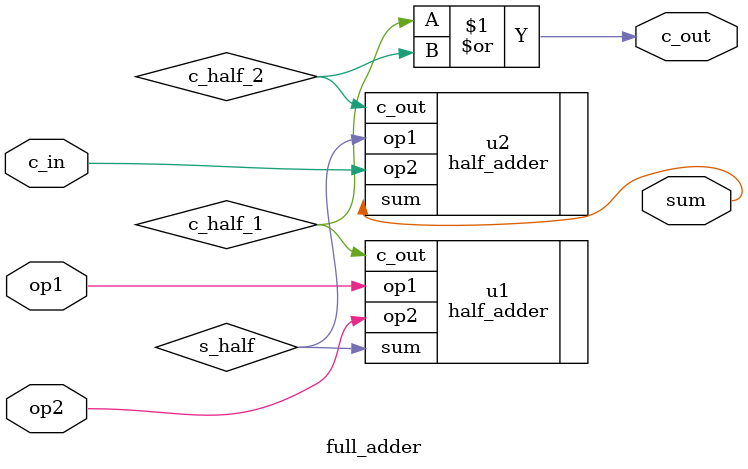
<source format=sv>
/*
Write a markdown documentation for this systemverilog module:
Author : S. M. Tahmeed Reza (https://github.com/tahmeedKENJI)
This file is part of DSInnovators:rv64g-core
Copyright (c) 2024 DSInnovators
Licensed under the MIT License
See LICENSE file in the project root for full license information
*/

module full_adder #(
) (
    input logic op1, // operand 1
    input logic op2, //operand 2
    input logic c_in, //carry in
    output logic sum, //sum
    output logic c_out //carry out
);

  //////////////////////////////////////////////////////////////////////////////////////////////////
  //-SIGNALS
  //////////////////////////////////////////////////////////////////////////////////////////////////

  logic s_half; // intermediate signals for half adder sum
  logic c_half_1; // intermediate signals for half adder carry 1
  logic c_half_2; // intermediate signals for half adder carry 2

  //////////////////////////////////////////////////////////////////////////////////////////////////
  //-ASSIGNMENTS
  //////////////////////////////////////////////////////////////////////////////////////////////////

  assign c_out = c_half_1 | c_half_2;

  //////////////////////////////////////////////////////////////////////////////////////////////////
  //-RTLS
  //////////////////////////////////////////////////////////////////////////////////////////////////

  half_adder #(
  ) u1 (
    .op1(op1),
    .op2(op2),
    .sum(s_half),
    .c_out(c_half_1)
  );

  half_adder #(
  ) u2 (
    .op1(s_half),
    .op2(c_in),
    .sum(sum),
    .c_out(c_half_2)
  );

endmodule

</source>
